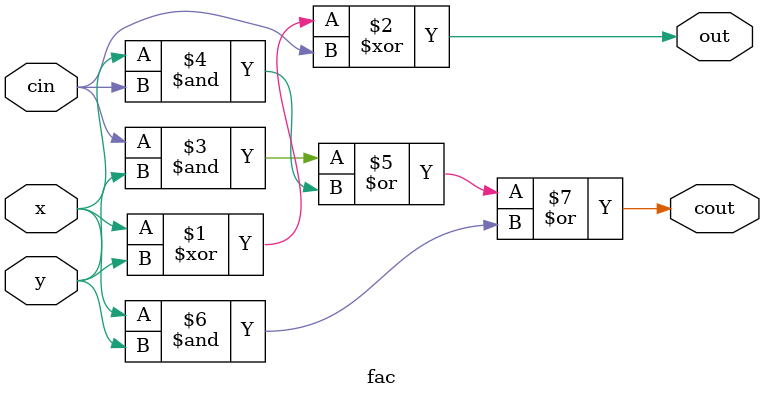
<source format=v>
module fac(
  input x, y , cin,
  output out, cout
);

assign out = x ^ y ^ cin;
assign cout = cin & y | x & cin | x & y;

endmodule


</source>
